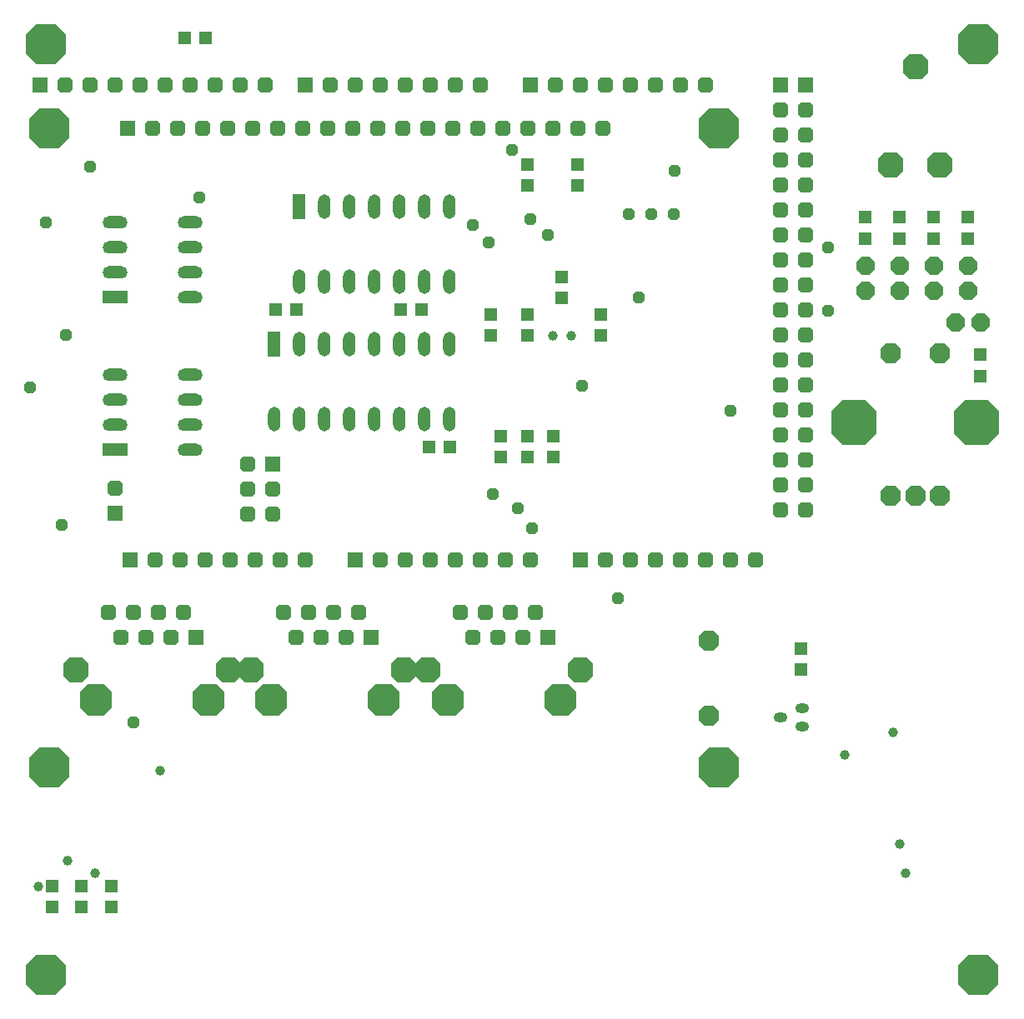
<source format=gbs>
%FSLAX35Y35*%
%MOIN*%
%IN4=Loetstoppmaskeunten(X.GBS)*%
%ADD10C,0.00591*%
%ADD11C,0.00768*%
%ADD12C,0.01181*%
%ADD13C,0.01535*%
%ADD14C,0.01575*%
%ADD15C,0.02362*%
%ADD16C,0.02559*%
%ADD17C,0.02795*%
%ADD18C,0.03937*%
%AMR_19*21,1,0.04587,0.05433,0,0,90.000*%
%ADD19R_19*%
%AMR_20*21,1,0.05000,0.05000,0,0,0.000*%
%ADD20R_20*%
%AMR_21*21,1,0.05000,0.05000,0,0,90.000*%
%ADD21R_21*%
%AMR_22*21,1,0.05000,0.05000,0,0,180.000*%
%ADD22R_22*%
%AMR_23*21,1,0.05000,0.05000,0,0,270.000*%
%ADD23R_23*%
%AMR_24*21,1,0.05000,0.09843,0,0,0.000*%
%ADD24R_24*%
%AMR_25*21,1,0.05000,0.10000,0,0,90.000*%
%ADD25R_25*%
%AMR_26*21,1,0.05118,0.06102,0,0,0.000*%
%ADD26R_26*%
%AMR_27*21,1,0.05118,0.06102,0,0,90.000*%
%ADD27R_27*%
%AMR_28*21,1,0.19685,0.19685,0,0,0.000*%
%ADD28R_28*%
%AMOCT_29*4,1,8,0.023622,0.011811,0.011811,0.023622,-0.011811,0.023622,-0.023622,0.011811,-0.023622,-0.011811,-0.011811,-0.023622,0.011811,-0.023622,0.023622,-0.011811,0.023622,0.011811,0.000*%
%ADD29OCT_29*%
%AMOCT_30*4,1,8,0.031496,0.015748,0.015748,0.031496,-0.015748,0.031496,-0.031496,0.015748,-0.031496,-0.015748,-0.015748,-0.031496,0.015748,-0.031496,0.031496,-0.015748,0.031496,0.015748,-0.000*%
%ADD30OCT_30*%
%AMOCT_31*4,1,8,0.031496,0.015748,0.015748,0.031496,-0.015748,0.031496,-0.031496,0.015748,-0.031496,-0.015748,-0.015748,-0.031496,0.015748,-0.031496,0.031496,-0.015748,0.031496,0.015748,90.000*%
%ADD31OCT_31*%
%AMOCT_32*4,1,8,0.031496,0.015748,0.015748,0.031496,-0.015748,0.031496,-0.031496,0.015748,-0.031496,-0.015748,-0.015748,-0.031496,0.015748,-0.031496,0.031496,-0.015748,0.031496,0.015748,180.000*%
%ADD32OCT_32*%
%AMOCT_33*4,1,8,0.031496,0.015748,0.015748,0.031496,-0.015748,0.031496,-0.031496,0.015748,-0.031496,-0.015748,-0.015748,-0.031496,0.015748,-0.031496,0.031496,-0.015748,0.031496,0.015748,270.000*%
%ADD33OCT_33*%
%AMOCT_34*4,1,8,0.035433,0.017717,0.017717,0.035433,-0.017717,0.035433,-0.035433,0.017717,-0.035433,-0.017717,-0.017717,-0.035433,0.017717,-0.035433,0.035433,-0.017717,0.035433,0.017717,180.000*%
%ADD34OCT_34*%
%AMOCT_35*4,1,8,0.035433,0.017717,0.017717,0.035433,-0.017717,0.035433,-0.035433,0.017717,-0.035433,-0.017717,-0.017717,-0.035433,0.017717,-0.035433,0.035433,-0.017717,0.035433,0.017717,270.000*%
%ADD35OCT_35*%
%AMOCT_36*4,1,8,0.039370,0.019685,0.019685,0.039370,-0.019685,0.039370,-0.039370,0.019685,-0.039370,-0.019685,-0.019685,-0.039370,0.019685,-0.039370,0.039370,-0.019685,0.039370,0.019685,0.000*%
%ADD36OCT_36*%
%AMOCT_37*4,1,8,0.039370,0.019685,0.019685,0.039370,-0.019685,0.039370,-0.039370,0.019685,-0.039370,-0.019685,-0.019685,-0.039370,0.019685,-0.039370,0.039370,-0.019685,0.039370,0.019685,270.000*%
%ADD37OCT_37*%
%AMOCT_38*4,1,8,0.049213,0.024606,0.024606,0.049213,-0.024606,0.049213,-0.049213,0.024606,-0.049213,-0.024606,-0.024606,-0.049213,0.024606,-0.049213,0.049213,-0.024606,0.049213,0.024606,180.000*%
%ADD38OCT_38*%
%AMOCT_39*4,1,8,0.062992,0.031496,0.031496,0.062992,-0.031496,0.062992,-0.062992,0.031496,-0.062992,-0.031496,-0.031496,-0.062992,0.031496,-0.062992,0.062992,-0.031496,0.062992,0.031496,180.000*%
%ADD39OCT_39*%
%AMOCT_40*4,1,8,0.078740,0.039370,0.039370,0.078740,-0.039370,0.078740,-0.078740,0.039370,-0.078740,-0.039370,-0.039370,-0.078740,0.039370,-0.078740,0.078740,-0.039370,0.078740,0.039370,0.000*%
%ADD40OCT_40*%
%AMOCT_41*4,1,8,0.078740,0.039370,0.039370,0.078740,-0.039370,0.078740,-0.078740,0.039370,-0.078740,-0.039370,-0.039370,-0.078740,0.039370,-0.078740,0.078740,-0.039370,0.078740,0.039370,180.000*%
%ADD41OCT_41*%
%AMOCT_42*4,1,8,0.090551,0.045276,0.045276,0.090551,-0.045276,0.090551,-0.090551,0.045276,-0.090551,-0.045276,-0.045276,-0.090551,0.045276,-0.090551,0.090551,-0.045276,0.090551,0.045276,0.000*%
%ADD42OCT_42*%
%AMO_43*20,1,0.03937,-0.00787,0.00000,0.00787,0.00000,0*1,1,0.03937,-0.00787,0.00000*1,1,0.03937,0.00787,0.00000*%
%ADD43O_43*%
%AMO_44*20,1,0.05000,0.00000,-0.02421,0.00000,0.02421,0*1,1,0.05000,0.00000,-0.02421*1,1,0.05000,0.00000,0.02421*%
%ADD44O_44*%
%AMO_45*20,1,0.05000,0.02500,0.00000,-0.02500,0.00000,0*1,1,0.05000,0.02500,0.00000*1,1,0.05000,-0.02500,0.00000*%
%ADD45O_45*%
%AMRR_46*21,1,0.06299,0.05039,0,0,-0.000*21,1,0.05039,0.06299,0,0,-0.000*1,1,0.01260,0.02520,0.02520*1,1,0.01260,-0.02520,-0.02520*1,1,0.01260,0.02520,-0.02520*1,1,0.01260,-0.02520,0.02520*%
%ADD46RR_46*%
%AMRR_47*21,1,0.06299,0.05039,0,0,90.000*21,1,0.05039,0.06299,0,0,90.000*1,1,0.01260,-0.02520,0.02520*1,1,0.01260,0.02520,-0.02520*1,1,0.01260,0.02520,0.02520*1,1,0.01260,-0.02520,-0.02520*%
%ADD47RR_47*%
%AMRR_48*21,1,0.06299,0.05039,0,0,180.000*21,1,0.05039,0.06299,0,0,180.000*1,1,0.01260,-0.02520,-0.02520*1,1,0.01260,0.02520,0.02520*1,1,0.01260,-0.02520,0.02520*1,1,0.01260,0.02520,-0.02520*%
%ADD48RR_48*%
%AMRR_49*21,1,0.06299,0.05039,0,0,270.000*21,1,0.05039,0.06299,0,0,270.000*1,1,0.01260,0.02520,-0.02520*1,1,0.01260,-0.02520,0.02520*1,1,0.01260,-0.02520,-0.02520*1,1,0.01260,0.02520,0.02520*%
%ADD49RR_49*%
G54D18*
X349242Y107549D03*
X329950Y98651D03*
X354242Y51299D03*
X351742Y63090D03*
X56299Y92401D03*
X220590Y266225D03*
X213100Y266225D03*
X7450Y46050D03*
X19109Y56397D03*
X30088Y51397D03*
G54D21*
X338100Y313550D03*
X338100Y305150D03*
X351850Y313550D03*
X351850Y305150D03*
X365600Y313550D03*
X365600Y305150D03*
X379350Y313550D03*
X379350Y305150D03*
X188725Y274800D03*
X188725Y266400D03*
X192475Y226050D03*
X192475Y217650D03*
X203100Y226050D03*
X203100Y217650D03*
X213725Y226050D03*
X213725Y217650D03*
G54D22*
X152650Y276850D03*
X161050Y276850D03*
X163900Y221850D03*
X172300Y221850D03*
X102650Y276850D03*
X111050Y276850D03*
X66087Y385287D03*
X74487Y385287D03*
G54D23*
X223100Y326400D03*
X223100Y334800D03*
X203100Y326400D03*
X203100Y334800D03*
X384350Y250150D03*
X384350Y258550D03*
X36850Y37650D03*
X36850Y46050D03*
X24975Y37650D03*
X24975Y46050D03*
X13100Y37650D03*
X13100Y46050D03*
X312475Y132650D03*
X312475Y141050D03*
X216850Y281400D03*
X216850Y289800D03*
X203100Y266400D03*
X203100Y274800D03*
X232475Y266400D03*
X232475Y274800D03*
G54D24*
X101850Y263100D03*
X111850Y318100D03*
G54D25*
X38100Y220600D03*
X38100Y281850D03*
G54D29*
X196850Y340600D03*
X247650Y281850D03*
X71850Y321850D03*
X10600Y311850D03*
X18725Y266850D03*
X261850Y332475D03*
X261537Y314975D03*
X4350Y245600D03*
X16850Y190600D03*
X45600Y111850D03*
X28100Y334037D03*
X284350Y236225D03*
X323100Y301850D03*
X323100Y276225D03*
X239350Y161225D03*
X187475Y303725D03*
X211225Y306850D03*
X252475Y314975D03*
X204975Y189350D03*
X199350Y197475D03*
X189350Y203100D03*
X224975Y246225D03*
X181225Y310600D03*
X204350Y313100D03*
X243725Y314975D03*
G54D30*
X18350Y366850D03*
X28350Y366850D03*
X38350Y366850D03*
X48350Y366850D03*
X58350Y366850D03*
X68350Y366850D03*
X78350Y366850D03*
X88350Y366850D03*
X98350Y366850D03*
X54350Y176850D03*
X64350Y176850D03*
X74350Y176850D03*
X84350Y176850D03*
X94350Y176850D03*
X104350Y176850D03*
X114350Y176850D03*
X144350Y176850D03*
X154350Y176850D03*
X164350Y176850D03*
X174350Y176850D03*
X184350Y176850D03*
X194350Y176850D03*
X204350Y176850D03*
X234350Y176850D03*
X244350Y176850D03*
X254350Y176850D03*
X264350Y176850D03*
X274350Y176850D03*
X284350Y176850D03*
X294350Y176850D03*
X214350Y366850D03*
X224350Y366850D03*
X234350Y366850D03*
X244350Y366850D03*
X254350Y366850D03*
X264350Y366850D03*
X274350Y366850D03*
X124350Y366850D03*
X134350Y366850D03*
X144350Y366850D03*
X154350Y366850D03*
X164350Y366850D03*
X174350Y366850D03*
X184350Y366850D03*
X53346Y349350D03*
X63346Y349350D03*
X73346Y349350D03*
X83346Y349350D03*
X93346Y349350D03*
X103346Y349350D03*
X113346Y349350D03*
X123346Y349350D03*
X133346Y349350D03*
X143346Y349350D03*
X153346Y349350D03*
X163346Y349350D03*
X173346Y349350D03*
X183346Y349350D03*
X193346Y349350D03*
X203346Y349350D03*
X213346Y349350D03*
X223346Y349350D03*
X233346Y349350D03*
G54D31*
X38100Y205287D03*
G54D32*
X135600Y155600D03*
X130600Y145600D03*
X125600Y155600D03*
X120600Y145600D03*
X115600Y155600D03*
X110600Y145600D03*
X105600Y155600D03*
X65600Y155600D03*
X60600Y145600D03*
X55600Y155600D03*
X50600Y145600D03*
X45600Y155600D03*
X40600Y145600D03*
X35600Y155600D03*
X206225Y155600D03*
X201225Y145600D03*
X196225Y155600D03*
X191225Y145600D03*
X186225Y155600D03*
X181225Y145600D03*
X176225Y155600D03*
G54D33*
X304350Y356850D03*
X304350Y346850D03*
X304350Y336850D03*
X304350Y326850D03*
X304350Y316850D03*
X304350Y306850D03*
X304350Y296850D03*
X304350Y286850D03*
X304350Y276850D03*
X304350Y266850D03*
X304350Y256850D03*
X304350Y246850D03*
X304350Y236850D03*
X304350Y226850D03*
X304350Y216850D03*
X304350Y206850D03*
X304350Y196850D03*
X314350Y356850D03*
X314350Y346850D03*
X314350Y336850D03*
X314350Y326850D03*
X314350Y316850D03*
X314350Y306850D03*
X314350Y296850D03*
X314350Y286850D03*
X314350Y276850D03*
X314350Y266850D03*
X314350Y256850D03*
X314350Y246850D03*
X314350Y236850D03*
X314350Y226850D03*
X314350Y216850D03*
X314350Y206850D03*
X314350Y196850D03*
X91225Y214975D03*
X101225Y204975D03*
X91225Y204975D03*
X101225Y194975D03*
X91225Y194975D03*
G54D34*
X384350Y271850D03*
X374350Y271850D03*
G54D35*
X338100Y294350D03*
X338100Y284350D03*
X351850Y294350D03*
X351850Y284350D03*
X365600Y294350D03*
X365600Y284350D03*
X379350Y294350D03*
X379350Y284350D03*
G54D36*
X348257Y202322D03*
X358100Y202322D03*
X367942Y202322D03*
X348257Y259409D03*
X367942Y259409D03*
G54D37*
X275600Y144350D03*
X275600Y114350D03*
G54D38*
X367942Y334665D03*
X348257Y334665D03*
X358100Y374035D03*
X92588Y132608D03*
X153612Y132608D03*
X22588Y132608D03*
X83612Y132608D03*
X163213Y132608D03*
X224237Y132608D03*
G54D39*
X145600Y120600D03*
X100600Y120600D03*
X75600Y120600D03*
X30600Y120600D03*
X216225Y120600D03*
X171225Y120600D03*
G54D40*
X383100Y10600D03*
X10600Y10600D03*
X10600Y383100D03*
X383100Y383100D03*
G54D41*
X11742Y93759D03*
X11742Y349350D03*
X279458Y93759D03*
X279458Y349350D03*
G54D42*
X333494Y231850D03*
X382706Y231850D03*
G54D43*
X313056Y117465D03*
X313056Y109985D03*
X304394Y113725D03*
G54D44*
X111850Y263100D03*
X121850Y263100D03*
X131850Y263100D03*
X141850Y263100D03*
X151850Y263100D03*
X161850Y263100D03*
X171850Y263100D03*
X171850Y233100D03*
X161850Y233100D03*
X151850Y233100D03*
X141850Y233100D03*
X131850Y233100D03*
X121850Y233100D03*
X111850Y233100D03*
X101850Y233100D03*
X121850Y318100D03*
X131850Y318100D03*
X141850Y318100D03*
X151850Y318100D03*
X161850Y318100D03*
X171850Y318100D03*
X171850Y288100D03*
X161850Y288100D03*
X151850Y288100D03*
X141850Y288100D03*
X131850Y288100D03*
X121850Y288100D03*
X111850Y288100D03*
G54D45*
X38100Y230600D03*
X38100Y240600D03*
X38100Y250600D03*
X68100Y250600D03*
X68100Y240600D03*
X68100Y230600D03*
X68100Y220600D03*
X38100Y291850D03*
X38100Y301850D03*
X38100Y311850D03*
X68100Y311850D03*
X68100Y301850D03*
X68100Y291850D03*
X68100Y281850D03*
G54D46*
X8350Y366850D03*
X44350Y176850D03*
X134350Y176850D03*
X224350Y176850D03*
X204350Y366850D03*
X114350Y366850D03*
X43346Y349350D03*
G54D47*
X38100Y195287D03*
G54D48*
X140600Y145600D03*
X70600Y145600D03*
X211225Y145600D03*
G54D49*
X304350Y366850D03*
X314350Y366850D03*
X101225Y214975D03*
M02*

</source>
